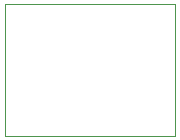
<source format=gbr>
G04 #@! TF.GenerationSoftware,KiCad,Pcbnew,(6.0.5)*
G04 #@! TF.CreationDate,2022-05-08T20:16:57+02:00*
G04 #@! TF.ProjectId,Zasilacz_5V_impulsowy,5a617369-6c61-4637-9a5f-35565f696d70,rev?*
G04 #@! TF.SameCoordinates,Original*
G04 #@! TF.FileFunction,Other,User*
%FSLAX46Y46*%
G04 Gerber Fmt 4.6, Leading zero omitted, Abs format (unit mm)*
G04 Created by KiCad (PCBNEW (6.0.5)) date 2022-05-08 20:16:57*
%MOMM*%
%LPD*%
G01*
G04 APERTURE LIST*
%ADD10C,0.120000*%
G04 APERTURE END LIST*
D10*
G04 #@! TO.C,J2*
X137900000Y-128050000D02*
X123500000Y-128050000D01*
X123500000Y-128050000D02*
X123500000Y-116850000D01*
X123500000Y-116850000D02*
X137900000Y-116850000D01*
X137900000Y-116850000D02*
X137900000Y-128050000D01*
G04 #@! TD*
M02*

</source>
